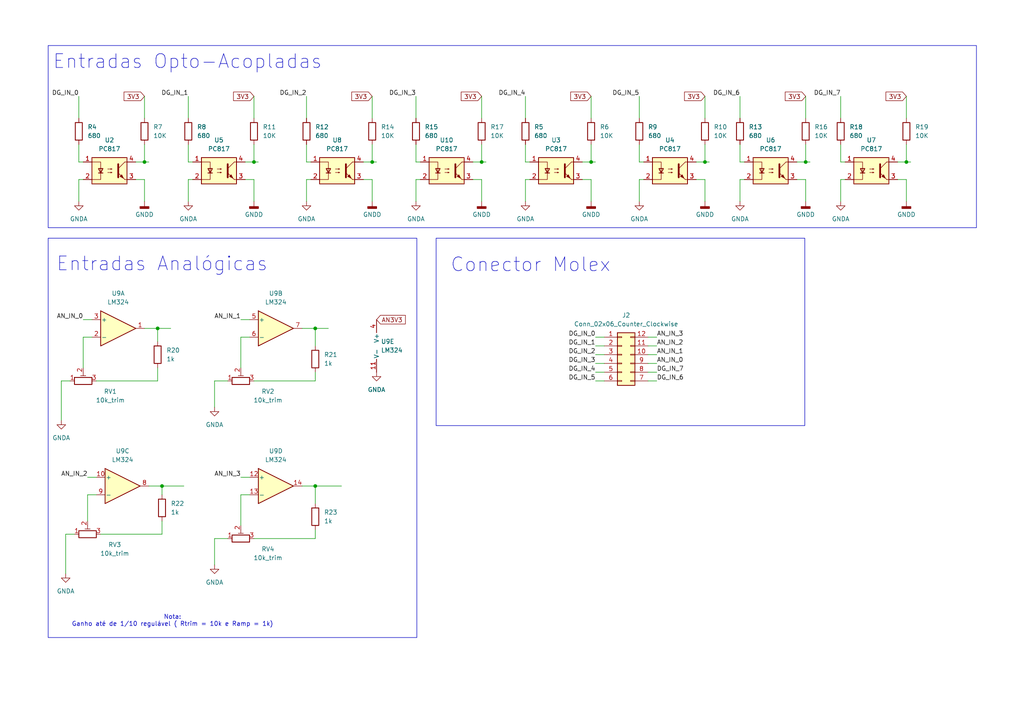
<source format=kicad_sch>
(kicad_sch (version 20231120) (generator "eeschema") (generator_version "8.0")
  (paper "A4")
  (lib_symbols
    (symbol "Amplifier_Operational:LM324" (pin_names (offset 0.127))
      (property "Reference" "U" (at 0 5.08 0))
      (property "Value" "LM324" (at 0 -5.08 0))
      (symbol "LM324_1_1"
        (polyline (pts (xy -5.08 5.08) (xy 5.08 0) (xy -5.08 -5.08) (xy -5.08 5.08)) (stroke (width 0.254)) (fill (type background)))
        (pin output line (at 7.62 0 180) (length 2.54) (name "~") (number "1"))
        (pin input line (at -7.62 -2.54 0) (length 2.54) (name "-") (number "2"))
        (pin input line (at -7.62 2.54 0) (length 2.54) (name "+") (number "3"))
      )
      (symbol "LM324_2_1"
        (polyline (pts (xy -5.08 5.08) (xy 5.08 0) (xy -5.08 -5.08) (xy -5.08 5.08)) (stroke (width 0.254)) (fill (type background)))
        (pin input line (at -7.62 2.54 0) (length 2.54) (name "+") (number "5"))
        (pin input line (at -7.62 -2.54 0) (length 2.54) (name "-") (number "6"))
        (pin output line (at 7.62 0 180) (length 2.54) (name "~") (number "7"))
      )
      (symbol "LM324_3_1"
        (polyline (pts (xy -5.08 5.08) (xy 5.08 0) (xy -5.08 -5.08) (xy -5.08 5.08)) (stroke (width 0.254)) (fill (type background)))
        (pin input line (at -7.62 2.54 0) (length 2.54) (name "+") (number "10"))
        (pin output line (at 7.62 0 180) (length 2.54) (name "~") (number "8"))
        (pin input line (at -7.62 -2.54 0) (length 2.54) (name "-") (number "9"))
      )
      (symbol "LM324_4_1"
        (polyline (pts (xy -5.08 5.08) (xy 5.08 0) (xy -5.08 -5.08) (xy -5.08 5.08)) (stroke (width 0.254)) (fill (type background)))
        (pin input line (at -7.62 2.54 0) (length 2.54) (name "+") (number "12"))
        (pin input line (at -7.62 -2.54 0) (length 2.54) (name "-") (number "13"))
        (pin output line (at 7.62 0 180) (length 2.54) (name "~") (number "14"))
      )
      (symbol "LM324_5_1"
        (pin power_in line (at -2.54 -7.62 90) (length 3.81) (name "V-") (number "11"))
        (pin power_in line (at -2.54 7.62 270) (length 3.81) (name "V+") (number "4"))
      )
    )
    (symbol "Connector_Generic:Conn_02x06_Counter_Clockwise" (pin_names (offset 1.016) hide)
      (property "Reference" "J" (at 1.27 7.62 0))
      (property "Value" "Conn_02x06_Counter_Clockwise" (at 1.27 -10.16 0))
      (symbol "Conn_02x06_Counter_Clockwise_1_1"
        (rectangle (start -1.27 -7.493) (end 0 -7.747) (stroke (width 0.1524)))
        (rectangle (start -1.27 -4.953) (end 0 -5.207) (stroke (width 0.1524)))
        (rectangle (start -1.27 -2.413) (end 0 -2.667) (stroke (width 0.1524)))
        (rectangle (start -1.27 0.127) (end 0 -0.127) (stroke (width 0.1524)))
        (rectangle (start -1.27 2.667) (end 0 2.413) (stroke (width 0.1524)))
        (rectangle (start -1.27 5.207) (end 0 4.953) (stroke (width 0.1524)))
        (rectangle (start -1.27 6.35) (end 3.81 -8.89) (stroke (width 0.254)) (fill (type background)))
        (rectangle (start 3.81 -7.493) (end 2.54 -7.747) (stroke (width 0.1524)))
        (rectangle (start 3.81 -4.953) (end 2.54 -5.207) (stroke (width 0.1524)))
        (rectangle (start 3.81 -2.413) (end 2.54 -2.667) (stroke (width 0.1524)))
        (rectangle (start 3.81 0.127) (end 2.54 -0.127) (stroke (width 0.1524)))
        (rectangle (start 3.81 2.667) (end 2.54 2.413) (stroke (width 0.1524)))
        (rectangle (start 3.81 5.207) (end 2.54 4.953) (stroke (width 0.1524)))
        (pin passive line (at -5.08 5.08 0) (length 3.81) (name "Pin_1") (number "1"))
        (pin passive line (at 7.62 0 180) (length 3.81) (name "Pin_10") (number "10"))
        (pin passive line (at 7.62 2.54 180) (length 3.81) (name "Pin_11") (number "11"))
        (pin passive line (at 7.62 5.08 180) (length 3.81) (name "Pin_12") (number "12"))
        (pin passive line (at -5.08 2.54 0) (length 3.81) (name "Pin_2") (number "2"))
        (pin passive line (at -5.08 0 0) (length 3.81) (name "Pin_3") (number "3"))
        (pin passive line (at -5.08 -2.54 0) (length 3.81) (name "Pin_4") (number "4"))
        (pin passive line (at -5.08 -5.08 0) (length 3.81) (name "Pin_5") (number "5"))
        (pin passive line (at -5.08 -7.62 0) (length 3.81) (name "Pin_6") (number "6"))
        (pin passive line (at 7.62 -7.62 180) (length 3.81) (name "Pin_7") (number "7"))
        (pin passive line (at 7.62 -5.08 180) (length 3.81) (name "Pin_8") (number "8"))
        (pin passive line (at 7.62 -2.54 180) (length 3.81) (name "Pin_9") (number "9"))
      )
    )
    (symbol "Device:R" (pin_numbers hide) (pin_names (offset 0))
      (property "Reference" "R" (at 2.032 0 90))
      (property "Value" "R" (at 0 0 90))
      (symbol "R_0_1"
        (rectangle (start -1.016 -2.54) (end 1.016 2.54) (stroke (width 0.254)))
      )
      (symbol "R_1_1"
        (pin passive line (at 0 3.81 270) (length 1.27) (name "~") (number "1"))
        (pin passive line (at 0 -3.81 90) (length 1.27) (name "~") (number "2"))
      )
    )
    (symbol "Device:R_Potentiometer_Trim" (pin_names (offset 1.016) hide)
      (property "Reference" "RV" (at -4.445 0 90))
      (property "Value" "R_Potentiometer_Trim" (at -2.54 0 90))
      (symbol "R_Potentiometer_Trim_0_1"
        (polyline (pts (xy 1.524 0.762) (xy 1.524 -0.762)))
        (polyline (pts (xy 2.54 0) (xy 1.524 0)))
        (rectangle (start 1.016 2.54) (end -1.016 -2.54) (stroke (width 0.254)))
      )
      (symbol "R_Potentiometer_Trim_1_1"
        (pin passive line (at 0 3.81 270) (length 1.27) (name "1") (number "1"))
        (pin passive line (at 3.81 0 180) (length 1.27) (name "2") (number "2"))
        (pin passive line (at 0 -3.81 90) (length 1.27) (name "3") (number "3"))
      )
    )
    (symbol "Isolator:PC817" (pin_names (offset 1.016))
      (property "Reference" "U" (at -5.08 5.08 0))
      (property "Value" "PC817" (at 0 5.08 0))
      (symbol "PC817_0_1"
        (rectangle (start -5.08 3.81) (end 5.08 -3.81) (stroke (width 0.254)) (fill (type background)))
        (polyline (pts (xy -3.175 -0.635) (xy -1.905 -0.635)) (stroke (width 0.254)))
        (polyline (pts (xy 2.54 0.635) (xy 4.445 2.54)))
        (polyline (pts (xy 4.445 -2.54) (xy 2.54 -0.635)) (fill (type outline)))
        (polyline (pts (xy 4.445 -2.54) (xy 5.08 -2.54)))
        (polyline (pts (xy 4.445 2.54) (xy 5.08 2.54)))
        (polyline (pts (xy -5.08 2.54) (xy -2.54 2.54) (xy -2.54 -0.635)))
        (polyline (pts (xy -2.54 -0.635) (xy -2.54 -2.54) (xy -5.08 -2.54)))
        (polyline (pts (xy 2.54 1.905) (xy 2.54 -1.905) (xy 2.54 -1.905)) (stroke (width 0.508)))
        (polyline (pts (xy -2.54 -0.635) (xy -3.175 0.635) (xy -1.905 0.635) (xy -2.54 -0.635)) (stroke (width 0.254)))
        (polyline (pts (xy -0.508 -0.508) (xy 0.762 -0.508) (xy 0.381 -0.635) (xy 0.381 -0.381) (xy 0.762 -0.508)))
        (polyline (pts (xy -0.508 0.508) (xy 0.762 0.508) (xy 0.381 0.381) (xy 0.381 0.635) (xy 0.762 0.508)))
        (polyline (pts (xy 3.048 -1.651) (xy 3.556 -1.143) (xy 4.064 -2.159) (xy 3.048 -1.651) (xy 3.048 -1.651)) (fill (type outline)))
      )
      (symbol "PC817_1_1"
        (pin passive line (at -7.62 2.54 0) (length 2.54) (name "~") (number "1"))
        (pin passive line (at -7.62 -2.54 0) (length 2.54) (name "~") (number "2"))
        (pin passive line (at 7.62 -2.54 180) (length 2.54) (name "~") (number "3"))
        (pin passive line (at 7.62 2.54 180) (length 2.54) (name "~") (number "4"))
      )
    )
    (symbol "power:GNDA" (power) (pin_names (offset 0))
      (property "Value" "GNDA" (at 0 -3.81 0))
      (symbol "GNDA_0_1"
        (polyline (pts (xy 0 0) (xy 0 -1.27) (xy 1.27 -1.27) (xy 0 -2.54) (xy -1.27 -1.27) (xy 0 -1.27)))
      )
      (symbol "GNDA_1_1"
        (pin power_in line (at 0 0 270) (length 0) hide (name "GNDA") (number "1"))
      )
    )
    (symbol "power:GNDD" (power) (pin_names (offset 0))
      (property "Value" "GNDD" (at 0 -3.175 0))
      (symbol "GNDD_0_1"
        (rectangle (start -1.27 -1.524) (end 1.27 -2.032) (stroke (width 0.254)) (fill (type outline)))
        (polyline (pts (xy 0 0) (xy 0 -1.524)))
      )
      (symbol "GNDD_1_1"
        (pin power_in line (at 0 0 270) (length 0) hide (name "GNDD") (number "1"))
      )
    )
  )
  (junction (at 107.95 46.99))
  (junction (at 46.99 140.97))
  (junction (at 91.44 95.25))
  (junction (at 204.47 46.99))
  (junction (at 233.68 46.99))
  (junction (at 262.89 46.99))
  (junction (at 91.44 140.97))
  (junction (at 73.66 46.99))
  (junction (at 41.91 46.99))
  (junction (at 171.45 46.99))
  (junction (at 45.72 95.25))
  (junction (at 139.7 46.99))
  (wire (pts (xy 46.99 140.97) (xy 46.99 143.51)))
  (wire (pts (xy 91.44 146.05) (xy 91.44 140.97)))
  (wire (pts (xy 168.91 46.99) (xy 171.45 46.99)))
  (wire (pts (xy 171.45 27.94) (xy 171.45 34.29)))
  (wire (pts (xy 139.7 27.94) (xy 139.7 34.29)))
  (wire (pts (xy 187.96 110.49) (xy 190.5 110.49)))
  (wire (pts (xy 88.9 46.99) (xy 90.17 46.99)))
  (wire (pts (xy 39.37 46.99) (xy 41.91 46.99)))
  (wire (pts (xy 54.61 58.42) (xy 54.61 52.07)))
  (wire (pts (xy 187.96 105.41) (xy 190.5 105.41)))
  (wire (pts (xy 88.9 52.07) (xy 90.17 52.07)))
  (wire (pts (xy 204.47 27.94) (xy 204.47 34.29)))
  (wire (pts (xy 43.18 140.97) (xy 46.99 140.97)))
  (wire (pts (xy 41.91 41.91) (xy 41.91 46.99)))
  (wire (pts (xy 41.91 52.07) (xy 41.91 58.42)))
  (wire (pts (xy 231.14 46.99) (xy 233.68 46.99)))
  (wire (pts (xy 214.63 58.42) (xy 214.63 52.07)))
  (wire (pts (xy 172.72 105.41) (xy 175.26 105.41)))
  (wire (pts (xy 91.44 107.95) (xy 91.44 110.49)))
  (wire (pts (xy 71.12 52.07) (xy 73.66 52.07)))
  (wire (pts (xy 27.94 110.49) (xy 45.72 110.49)))
  (wire (pts (xy 91.44 140.97) (xy 99.06 140.97)))
  (wire (pts (xy 171.45 52.07) (xy 171.45 58.42)))
  (wire (pts (xy 24.13 52.07) (xy 22.86 52.07)))
  (wire (pts (xy 41.91 95.25) (xy 45.72 95.25)))
  (wire (pts (xy 45.72 99.06) (xy 45.72 95.25)))
  (wire (pts (xy 243.84 46.99) (xy 245.11 46.99)))
  (wire (pts (xy 120.65 58.42) (xy 120.65 52.07)))
  (wire (pts (xy 185.42 58.42) (xy 185.42 52.07)))
  (wire (pts (xy 120.65 34.29) (xy 120.65 27.94)))
  (wire (pts (xy 153.67 46.99) (xy 152.4 46.99)))
  (wire (pts (xy 39.37 52.07) (xy 41.91 52.07)))
  (wire (pts (xy 152.4 52.07) (xy 152.4 58.42)))
  (wire (pts (xy 233.68 41.91) (xy 233.68 46.99)))
  (wire (pts (xy 187.96 97.79) (xy 190.5 97.79)))
  (wire (pts (xy 201.93 46.99) (xy 204.47 46.99)))
  (wire (pts (xy 172.72 97.79) (xy 175.26 97.79)))
  (wire (pts (xy 73.66 27.94) (xy 73.66 34.29)))
  (wire (pts (xy 22.86 52.07) (xy 22.86 58.42)))
  (wire (pts (xy 214.63 52.07) (xy 215.9 52.07)))
  (wire (pts (xy 185.42 27.94) (xy 185.42 34.29)))
  (wire (pts (xy 24.13 46.99) (xy 22.86 46.99)))
  (wire (pts (xy 46.99 140.97) (xy 53.34 140.97)))
  (wire (pts (xy 91.44 100.33) (xy 91.44 95.25)))
  (wire (pts (xy 91.44 110.49) (xy 73.66 110.49)))
  (wire (pts (xy 88.9 27.94) (xy 88.9 34.29)))
  (wire (pts (xy 46.99 154.94) (xy 46.99 151.13)))
  (wire (pts (xy 62.23 163.83) (xy 62.23 156.21)))
  (wire (pts (xy 153.67 52.07) (xy 152.4 52.07)))
  (wire (pts (xy 214.63 41.91) (xy 214.63 46.99)))
  (wire (pts (xy 69.85 106.68) (xy 69.85 97.79)))
  (wire (pts (xy 24.13 106.68) (xy 24.13 97.79)))
  (wire (pts (xy 87.63 140.97) (xy 91.44 140.97)))
  (wire (pts (xy 243.84 52.07) (xy 245.11 52.07)))
  (wire (pts (xy 172.72 100.33) (xy 175.26 100.33)))
  (wire (pts (xy 233.68 46.99) (xy 234.95 46.99)))
  (wire (pts (xy 260.35 52.07) (xy 262.89 52.07)))
  (wire (pts (xy 25.4 151.13) (xy 25.4 143.51)))
  (wire (pts (xy 19.05 166.37) (xy 19.05 154.94)))
  (wire (pts (xy 171.45 41.91) (xy 171.45 46.99)))
  (wire (pts (xy 172.72 107.95) (xy 175.26 107.95)))
  (wire (pts (xy 185.42 52.07) (xy 186.69 52.07)))
  (wire (pts (xy 69.85 97.79) (xy 72.39 97.79)))
  (wire (pts (xy 105.41 52.07) (xy 107.95 52.07)))
  (wire (pts (xy 69.85 138.43) (xy 72.39 138.43)))
  (wire (pts (xy 107.95 46.99) (xy 109.22 46.99)))
  (wire (pts (xy 233.68 27.94) (xy 233.68 34.29)))
  (wire (pts (xy 120.65 46.99) (xy 121.92 46.99)))
  (wire (pts (xy 73.66 52.07) (xy 73.66 58.42)))
  (wire (pts (xy 187.96 100.33) (xy 190.5 100.33)))
  (wire (pts (xy 54.61 52.07) (xy 55.88 52.07)))
  (wire (pts (xy 41.91 27.94) (xy 41.91 34.29)))
  (wire (pts (xy 172.72 110.49) (xy 175.26 110.49)))
  (wire (pts (xy 185.42 46.99) (xy 186.69 46.99)))
  (wire (pts (xy 243.84 27.94) (xy 243.84 34.29)))
  (wire (pts (xy 120.65 52.07) (xy 121.92 52.07)))
  (wire (pts (xy 29.21 154.94) (xy 46.99 154.94)))
  (wire (pts (xy 139.7 52.07) (xy 139.7 58.42)))
  (wire (pts (xy 22.86 34.29) (xy 22.86 27.94)))
  (wire (pts (xy 137.16 52.07) (xy 139.7 52.07)))
  (wire (pts (xy 204.47 46.99) (xy 205.74 46.99)))
  (wire (pts (xy 62.23 156.21) (xy 66.04 156.21)))
  (wire (pts (xy 243.84 58.42) (xy 243.84 52.07)))
  (wire (pts (xy 41.91 46.99) (xy 43.18 46.99)))
  (wire (pts (xy 45.72 95.25) (xy 49.53 95.25)))
  (wire (pts (xy 120.65 46.99) (xy 120.65 41.91)))
  (wire (pts (xy 137.16 46.99) (xy 139.7 46.99)))
  (wire (pts (xy 231.14 52.07) (xy 233.68 52.07)))
  (wire (pts (xy 62.23 118.11) (xy 62.23 110.49)))
  (wire (pts (xy 17.78 121.92) (xy 17.78 110.49)))
  (wire (pts (xy 107.95 41.91) (xy 107.95 46.99)))
  (wire (pts (xy 88.9 41.91) (xy 88.9 46.99)))
  (wire (pts (xy 204.47 41.91) (xy 204.47 46.99)))
  (wire (pts (xy 73.66 41.91) (xy 73.66 46.99)))
  (wire (pts (xy 88.9 58.42) (xy 88.9 52.07)))
  (wire (pts (xy 152.4 34.29) (xy 152.4 27.94)))
  (wire (pts (xy 262.89 27.94) (xy 262.89 34.29)))
  (wire (pts (xy 139.7 46.99) (xy 139.7 41.91)))
  (wire (pts (xy 71.12 46.99) (xy 73.66 46.99)))
  (wire (pts (xy 54.61 46.99) (xy 55.88 46.99)))
  (wire (pts (xy 201.93 52.07) (xy 204.47 52.07)))
  (wire (pts (xy 172.72 102.87) (xy 175.26 102.87)))
  (wire (pts (xy 19.05 154.94) (xy 21.59 154.94)))
  (wire (pts (xy 62.23 110.49) (xy 66.04 110.49)))
  (wire (pts (xy 69.85 92.71) (xy 72.39 92.71)))
  (wire (pts (xy 22.86 46.99) (xy 22.86 41.91)))
  (wire (pts (xy 25.4 138.43) (xy 27.94 138.43)))
  (wire (pts (xy 243.84 41.91) (xy 243.84 46.99)))
  (wire (pts (xy 91.44 95.25) (xy 95.25 95.25)))
  (wire (pts (xy 185.42 41.91) (xy 185.42 46.99)))
  (wire (pts (xy 204.47 52.07) (xy 204.47 58.42)))
  (wire (pts (xy 73.66 46.99) (xy 74.93 46.99)))
  (wire (pts (xy 139.7 46.99) (xy 140.97 46.99)))
  (wire (pts (xy 45.72 110.49) (xy 45.72 106.68)))
  (wire (pts (xy 214.63 27.94) (xy 214.63 34.29)))
  (wire (pts (xy 107.95 27.94) (xy 107.95 34.29)))
  (wire (pts (xy 105.41 46.99) (xy 107.95 46.99)))
  (wire (pts (xy 17.78 110.49) (xy 20.32 110.49)))
  (wire (pts (xy 262.89 41.91) (xy 262.89 46.99)))
  (wire (pts (xy 107.95 52.07) (xy 107.95 58.42)))
  (wire (pts (xy 171.45 46.99) (xy 172.72 46.99)))
  (wire (pts (xy 260.35 46.99) (xy 262.89 46.99)))
  (wire (pts (xy 24.13 97.79) (xy 26.67 97.79)))
  (wire (pts (xy 187.96 102.87) (xy 190.5 102.87)))
  (wire (pts (xy 168.91 52.07) (xy 171.45 52.07)))
  (wire (pts (xy 24.13 92.71) (xy 26.67 92.71)))
  (wire (pts (xy 69.85 143.51) (xy 72.39 143.51)))
  (wire (pts (xy 233.68 52.07) (xy 233.68 58.42)))
  (wire (pts (xy 262.89 46.99) (xy 264.16 46.99)))
  (wire (pts (xy 91.44 153.67) (xy 91.44 156.21)))
  (wire (pts (xy 54.61 27.94) (xy 54.61 34.29)))
  (wire (pts (xy 91.44 156.21) (xy 73.66 156.21)))
  (wire (pts (xy 262.89 52.07) (xy 262.89 58.42)))
  (wire (pts (xy 87.63 95.25) (xy 91.44 95.25)))
  (wire (pts (xy 214.63 46.99) (xy 215.9 46.99)))
  (wire (pts (xy 187.96 107.95) (xy 190.5 107.95)))
  (wire (pts (xy 69.85 143.51) (xy 69.85 152.4)))
  (wire (pts (xy 152.4 46.99) (xy 152.4 41.91)))
  (wire (pts (xy 25.4 143.51) (xy 27.94 143.51)))
  (wire (pts (xy 54.61 41.91) (xy 54.61 46.99)))
  (rectangle (start 13.97 69.088) (end 120.904 184.912))
  (rectangle (start 13.97 13.208) (end 283.21 66.04))
  (rectangle (start 126.492 69.088) (end 233.426 123.444))
  (text "Conector Molex" (at 130.556 79.248 0) (effects (font (size 4 4)) (justify left bottom)))
  (text "Entradas Opto-Acopladas\n" (at 15.24 20.32 0) (effects (font (size 4 4)) (justify left bottom)))
  (text "Entradas Analógicas" (at 16.256 78.994 0) (effects (font (size 4 4)) (justify left bottom)))
  (text "Nota:\nGanho até de 1/10 regulável ( Rtrim = 10k e Ramp = 1k)" (at 50.038 180.086 0) (effects (font (size 1.27 1.27))))
  (label "AN_IN_0" (at 190.5 105.41 0))
  (label "AN_IN_3" (at 190.5 97.79 0))
  (label "DG_IN_0" (at 22.86 27.94 180))
  (label "DG_IN_7" (at 243.84 27.94 180))
  (label "DG_IN_6" (at 190.5 110.49 0))
  (label "DG_IN_4" (at 172.72 107.95 180))
  (label "AN_IN_3" (at 69.85 138.43 180))
  (label "AN_IN_1" (at 69.85 92.71 180))
  (label "AN_IN_0" (at 24.13 92.71 180))
  (label "DG_IN_2" (at 172.72 102.87 180))
  (label "DG_IN_1" (at 172.72 100.33 180))
  (label "DG_IN_3" (at 120.65 27.94 180))
  (label "DG_IN_5" (at 172.72 110.49 180))
  (label "DG_IN_3" (at 172.72 105.41 180))
  (label "DG_IN_5" (at 185.42 27.94 180))
  (label "DG_IN_6" (at 214.63 27.94 180))
  (label "DG_IN_2" (at 88.9 27.94 180))
  (label "DG_IN_7" (at 190.5 107.95 0))
  (label "DG_IN_0" (at 172.72 97.79 180))
  (label "AN_IN_1" (at 190.5 102.87 0))
  (label "DG_IN_4" (at 152.4 27.94 180))
  (label "DG_IN_1" (at 54.61 27.94 180))
  (label "AN_IN_2" (at 190.5 100.33 0))
  (label "AN_IN_2" (at 25.4 138.43 180))
  (global_label "3V3" (shape input) (at 41.91 27.94 180) (property "Intersheetrefs" "${INTERSHEET_REFS}" (effects (hide yes))))
  (global_label "3V3" (shape input) (at 107.95 27.94 180) (property "Intersheetrefs" "${INTERSHEET_REFS}" (effects (hide yes))))
  (global_label "3V3" (shape input) (at 233.68 27.94 180) (property "Intersheetrefs" "${INTERSHEET_REFS}" (effects (hide yes))))
  (global_label "AN3V3" (shape input) (at 109.22 92.71 0) (property "Intersheetrefs" "${INTERSHEET_REFS}" (effects (hide yes))))
  (global_label "3V3" (shape input) (at 262.89 27.94 180) (property "Intersheetrefs" "${INTERSHEET_REFS}" (effects (hide yes))))
  (global_label "3V3" (shape input) (at 171.45 27.94 180) (property "Intersheetrefs" "${INTERSHEET_REFS}" (effects (hide yes))))
  (global_label "3V3" (shape input) (at 139.7 27.94 180) (property "Intersheetrefs" "${INTERSHEET_REFS}" (effects (hide yes))))
  (global_label "3V3" (shape input) (at 73.66 27.94 180) (property "Intersheetrefs" "${INTERSHEET_REFS}" (effects (hide yes))))
  (global_label "3V3" (shape input) (at 204.47 27.94 180) (property "Intersheetrefs" "${INTERSHEET_REFS}" (effects (hide yes))))
  (symbol (lib_id "Isolator:PC817") (at 194.31 49.53 0) (unit 1)
    (property "Reference" "U4" (at 194.31 40.64 0))
    (property "Value" "PC817" (at 194.31 43.18 0))
    (property "Footprint" "Package_DIP:DIP-4_W7.62mm_SMDSocket_SmallPads" (effects (hide yes)))
    (property "Datasheet" "http://www.soselectronic.cz/a_info/resource/d/pc817.pdf" (effects (hide yes)))
  )
  (symbol (lib_id "Device:R") (at 171.45 38.1 0) (unit 1)
    (property "Reference" "R6" (at 173.99 36.83 0) (effects (justify left)))
    (property "Value" "10K" (at 173.99 39.37 0) (effects (justify left)))
    (property "Footprint" "Resistor_SMD:R_1206_3216Metric" (effects (hide yes)))
  )
  (symbol (lib_id "Isolator:PC817") (at 223.52 49.53 0) (unit 1)
    (property "Reference" "U6" (at 223.52 40.64 0))
    (property "Value" "PC817" (at 223.52 43.18 0))
    (property "Footprint" "Package_DIP:DIP-4_W7.62mm_SMDSocket_SmallPads" (effects (hide yes)))
    (property "Datasheet" "http://www.soselectronic.cz/a_info/resource/d/pc817.pdf" (effects (hide yes)))
  )
  (symbol (lib_id "power:GNDD") (at 107.95 58.42 0) (unit 1)
    (property "Reference" "#PWR020" (effects (hide yes)))
    (property "Value" "GNDD" (at 107.95 62.23 0))
    (property "Description" "Power symbol creates a global label with name \"GNDD\" , digital ground" (effects (hide yes)))
  )
  (symbol (lib_id "Isolator:PC817") (at 252.73 49.53 0) (unit 1)
    (property "Reference" "U7" (at 252.73 40.64 0))
    (property "Value" "PC817" (at 252.73 43.18 0))
    (property "Footprint" "Package_DIP:DIP-4_W7.62mm_SMDSocket_SmallPads" (effects (hide yes)))
    (property "Datasheet" "http://www.soselectronic.cz/a_info/resource/d/pc817.pdf" (effects (hide yes)))
  )
  (symbol (lib_id "power:GNDA") (at 120.65 58.42 0) (unit 1)
    (property "Reference" "#PWR027" (effects (hide yes)))
    (property "Value" "GNDA" (at 120.65 63.5 0))
    (property "Description" "Power symbol creates a global label with name \"GNDA\" , analog ground" (effects (hide yes)))
  )
  (symbol (lib_id "Device:R") (at 214.63 38.1 0) (unit 1)
    (property "Reference" "R13" (at 217.17 36.83 0) (effects (justify left)))
    (property "Value" "680" (at 217.17 39.37 0) (effects (justify left)))
    (property "Footprint" "Resistor_SMD:R_1206_3216Metric" (effects (hide yes)))
  )
  (symbol (lib_id "power:GNDD") (at 204.47 58.42 0) (unit 1)
    (property "Reference" "#PWR024" (effects (hide yes)))
    (property "Value" "GNDD" (at 204.47 62.23 0))
    (property "Description" "Power symbol creates a global label with name \"GNDD\" , digital ground" (effects (hide yes)))
  )
  (symbol (lib_id "Device:R") (at 41.91 38.1 0) (unit 1)
    (property "Reference" "R7" (at 44.45 36.83 0) (effects (justify left)))
    (property "Value" "10K" (at 44.45 39.37 0) (effects (justify left)))
    (property "Footprint" "Resistor_SMD:R_1206_3216Metric" (effects (hide yes)))
  )
  (symbol (lib_id "Device:R") (at 46.99 147.32 0) (unit 1)
    (property "Reference" "R22" (at 49.53 146.0499 0) (effects (justify left)))
    (property "Value" "1k" (at 49.53 148.5899 0) (effects (justify left)))
    (property "Description" "Resistor" (effects (hide yes)))
  )
  (symbol (lib_id "Connector_Generic:Conn_02x06_Counter_Clockwise") (at 180.34 102.87 0) (unit 1)
    (property "Reference" "J2" (at 181.61 91.44 0))
    (property "Value" "Conn_02x06_Counter_Clockwise" (at 181.61 93.98 0))
    (property "Footprint" "BajaKICAD:MX120G" (effects (hide yes)))
    (property "Description" "Generic connector, double row, 02x06, counter clockwise pin numbering scheme (similar to DIP package numbering), script generated (kicad-library-utils/schlib/autogen/connector/)" (effects (hide yes)))
  )
  (symbol (lib_id "Amplifier_Operational:LM324") (at 34.29 95.25 0) (unit 1)
    (property "Reference" "U9" (at 34.29 85.09 0))
    (property "Value" "LM324" (at 34.29 87.63 0))
    (property "Datasheet" "http://www.ti.com/lit/ds/symlink/lm2902-n.pdf" (effects (hide yes)))
    (property "Description" "Low-Power, Quad-Operational Amplifiers, DIP-14/SOIC-14/SSOP-14" (effects (hide yes)))
  )
  (symbol (lib_id "Isolator:PC817") (at 63.5 49.53 0) (unit 1)
    (property "Reference" "U5" (at 63.5 40.64 0))
    (property "Value" "PC817" (at 63.5 43.18 0))
    (property "Footprint" "Package_DIP:DIP-4_W7.62mm_SMDSocket_SmallPads" (effects (hide yes)))
    (property "Datasheet" "http://www.soselectronic.cz/a_info/resource/d/pc817.pdf" (effects (hide yes)))
  )
  (symbol (lib_id "Amplifier_Operational:LM324") (at 111.76 100.33 0) (unit 5)
    (property "Reference" "U9" (at 110.49 99.0599 0) (effects (justify left)))
    (property "Value" "LM324" (at 110.49 101.5999 0) (effects (justify left)))
    (property "Datasheet" "http://www.ti.com/lit/ds/symlink/lm2902-n.pdf" (effects (hide yes)))
    (property "Description" "Low-Power, Quad-Operational Amplifiers, DIP-14/SOIC-14/SSOP-14" (effects (hide yes)))
  )
  (symbol (lib_id "power:GNDA") (at 19.05 166.37 0) (unit 1)
    (property "Reference" "#PWR036" (effects (hide yes)))
    (property "Value" "GNDA" (at 19.05 171.45 0))
    (property "Description" "Power symbol creates a global label with name \"GNDA\" , analog ground" (effects (hide yes)))
  )
  (symbol (lib_id "Isolator:PC817") (at 97.79 49.53 0) (unit 1)
    (property "Reference" "U8" (at 97.79 40.64 0))
    (property "Value" "PC817" (at 97.79 43.18 0))
    (property "Footprint" "Package_DIP:DIP-4_W7.62mm_SMDSocket_SmallPads" (effects (hide yes)))
    (property "Datasheet" "http://www.soselectronic.cz/a_info/resource/d/pc817.pdf" (effects (hide yes)))
  )
  (symbol (lib_id "Device:R") (at 54.61 38.1 0) (unit 1)
    (property "Reference" "R8" (at 57.15 36.83 0) (effects (justify left)))
    (property "Value" "680" (at 57.15 39.37 0) (effects (justify left)))
    (property "Footprint" "Resistor_SMD:R_1206_3216Metric" (effects (hide yes)))
  )
  (symbol (lib_id "Device:R") (at 152.4 38.1 0) (unit 1)
    (property "Reference" "R5" (at 154.94 36.83 0) (effects (justify left)))
    (property "Value" "680" (at 154.94 39.37 0) (effects (justify left)))
    (property "Footprint" "Resistor_SMD:R_1206_3216Metric" (effects (hide yes)))
  )
  (symbol (lib_id "power:GNDD") (at 139.7 58.42 0) (unit 1)
    (property "Reference" "#PWR021" (effects (hide yes)))
    (property "Value" "GNDD" (at 139.7 62.23 0))
    (property "Description" "Power symbol creates a global label with name \"GNDD\" , digital ground" (effects (hide yes)))
  )
  (symbol (lib_id "Device:R") (at 45.72 102.87 0) (unit 1)
    (property "Reference" "R20" (at 48.26 101.5999 0) (effects (justify left)))
    (property "Value" "1k" (at 48.26 104.1399 0) (effects (justify left)))
    (property "Description" "Resistor" (effects (hide yes)))
  )
  (symbol (lib_id "power:GNDA") (at 152.4 58.42 0) (unit 1)
    (property "Reference" "#PWR028" (effects (hide yes)))
    (property "Value" "GNDA" (at 152.4 63.5 0))
    (property "Description" "Power symbol creates a global label with name \"GNDA\" , analog ground" (effects (hide yes)))
  )
  (symbol (lib_id "power:GNDA") (at 88.9 58.42 0) (unit 1)
    (property "Reference" "#PWR022" (effects (hide yes)))
    (property "Value" "GNDA" (at 88.9 63.5 0))
    (property "Description" "Power symbol creates a global label with name \"GNDA\" , analog ground" (effects (hide yes)))
  )
  (symbol (lib_id "Device:R") (at 120.65 38.1 0) (unit 1)
    (property "Reference" "R15" (at 123.19 36.83 0) (effects (justify left)))
    (property "Value" "680" (at 123.19 39.37 0) (effects (justify left)))
    (property "Footprint" "Resistor_SMD:R_1206_3216Metric" (effects (hide yes)))
  )
  (symbol (lib_id "Amplifier_Operational:LM324") (at 80.01 140.97 0) (unit 4)
    (property "Reference" "U9" (at 80.01 130.81 0))
    (property "Value" "LM324" (at 80.01 133.35 0))
    (property "Datasheet" "http://www.ti.com/lit/ds/symlink/lm2902-n.pdf" (effects (hide yes)))
    (property "Description" "Low-Power, Quad-Operational Amplifiers, DIP-14/SOIC-14/SSOP-14" (effects (hide yes)))
  )
  (symbol (lib_id "Device:R") (at 91.44 104.14 0) (unit 1)
    (property "Reference" "R21" (at 93.98 102.8699 0) (effects (justify left)))
    (property "Value" "1k" (at 93.98 105.4099 0) (effects (justify left)))
    (property "Description" "Resistor" (effects (hide yes)))
  )
  (symbol (lib_id "power:GNDD") (at 262.89 58.42 0) (unit 1)
    (property "Reference" "#PWR026" (effects (hide yes)))
    (property "Value" "GNDD" (at 262.89 62.23 0))
    (property "Description" "Power symbol creates a global label with name \"GNDD\" , digital ground" (effects (hide yes)))
  )
  (symbol (lib_id "Device:R_Potentiometer_Trim") (at 24.13 110.49 90) (unit 1)
    (property "Reference" "RV1" (at 32.004 113.538 90))
    (property "Value" "10k_trim" (at 32.004 116.078 90))
    (property "Description" "Trim-potentiometer" (effects (hide yes)))
  )
  (symbol (lib_id "power:GNDA") (at 22.86 58.42 0) (unit 1)
    (property "Reference" "#PWR016" (effects (hide yes)))
    (property "Value" "GNDA" (at 22.86 63.5 0))
    (property "Description" "Power symbol creates a global label with name \"GNDA\" , analog ground" (effects (hide yes)))
  )
  (symbol (lib_id "Amplifier_Operational:LM324") (at 35.56 140.97 0) (unit 3)
    (property "Reference" "U9" (at 35.56 130.81 0))
    (property "Value" "LM324" (at 35.56 133.35 0))
    (property "Datasheet" "http://www.ti.com/lit/ds/symlink/lm2902-n.pdf" (effects (hide yes)))
    (property "Description" "Low-Power, Quad-Operational Amplifiers, DIP-14/SOIC-14/SSOP-14" (effects (hide yes)))
  )
  (symbol (lib_id "Device:R") (at 73.66 38.1 0) (unit 1)
    (property "Reference" "R11" (at 76.2 36.83 0) (effects (justify left)))
    (property "Value" "10K" (at 76.2 39.37 0) (effects (justify left)))
    (property "Footprint" "Resistor_SMD:R_1206_3216Metric" (effects (hide yes)))
  )
  (symbol (lib_id "Device:R") (at 139.7 38.1 0) (unit 1)
    (property "Reference" "R17" (at 142.24 36.83 0) (effects (justify left)))
    (property "Value" "10K" (at 142.24 39.37 0) (effects (justify left)))
    (property "Footprint" "Resistor_SMD:R_1206_3216Metric" (effects (hide yes)))
  )
  (symbol (lib_id "Device:R") (at 262.89 38.1 0) (unit 1)
    (property "Reference" "R19" (at 265.43 36.83 0) (effects (justify left)))
    (property "Value" "10K" (at 265.43 39.37 0) (effects (justify left)))
    (property "Footprint" "Resistor_SMD:R_1206_3216Metric" (effects (hide yes)))
  )
  (symbol (lib_id "power:GNDA") (at 185.42 58.42 0) (unit 1)
    (property "Reference" "#PWR030" (effects (hide yes)))
    (property "Value" "GNDA" (at 185.42 63.5 0))
    (property "Description" "Power symbol creates a global label with name \"GNDA\" , analog ground" (effects (hide yes)))
  )
  (symbol (lib_id "Device:R") (at 233.68 38.1 0) (unit 1)
    (property "Reference" "R16" (at 236.22 36.83 0) (effects (justify left)))
    (property "Value" "10K" (at 236.22 39.37 0) (effects (justify left)))
    (property "Footprint" "Resistor_SMD:R_1206_3216Metric" (effects (hide yes)))
  )
  (symbol (lib_id "power:GNDD") (at 41.91 58.42 0) (unit 1)
    (property "Reference" "#PWR017" (effects (hide yes)))
    (property "Value" "GNDD" (at 41.91 62.23 0))
    (property "Description" "Power symbol creates a global label with name \"GNDD\" , digital ground" (effects (hide yes)))
  )
  (symbol (lib_id "power:GNDD") (at 233.68 58.42 0) (unit 1)
    (property "Reference" "#PWR025" (effects (hide yes)))
    (property "Value" "GNDD" (at 233.68 62.23 0))
    (property "Description" "Power symbol creates a global label with name \"GNDD\" , digital ground" (effects (hide yes)))
  )
  (symbol (lib_id "Amplifier_Operational:LM324") (at 80.01 95.25 0) (unit 2)
    (property "Reference" "U9" (at 80.01 85.09 0))
    (property "Value" "LM324" (at 80.01 87.63 0))
    (property "Datasheet" "http://www.ti.com/lit/ds/symlink/lm2902-n.pdf" (effects (hide yes)))
    (property "Description" "Low-Power, Quad-Operational Amplifiers, DIP-14/SOIC-14/SSOP-14" (effects (hide yes)))
  )
  (symbol (lib_id "Device:R") (at 107.95 38.1 0) (unit 1)
    (property "Reference" "R14" (at 110.49 36.83 0) (effects (justify left)))
    (property "Value" "10K" (at 110.49 39.37 0) (effects (justify left)))
    (property "Footprint" "Resistor_SMD:R_1206_3216Metric" (effects (hide yes)))
  )
  (symbol (lib_id "power:GNDA") (at 62.23 118.11 0) (unit 1)
    (property "Reference" "#PWR035" (effects (hide yes)))
    (property "Value" "GNDA" (at 62.23 123.19 0))
    (property "Description" "Power symbol creates a global label with name \"GNDA\" , analog ground" (effects (hide yes)))
  )
  (symbol (lib_id "power:GNDA") (at 17.78 121.92 0) (unit 1)
    (property "Reference" "#PWR029" (effects (hide yes)))
    (property "Value" "GNDA" (at 17.78 127 0))
    (property "Description" "Power symbol creates a global label with name \"GNDA\" , analog ground" (effects (hide yes)))
  )
  (symbol (lib_id "Device:R_Potentiometer_Trim") (at 25.4 154.94 90) (unit 1)
    (property "Reference" "RV3" (at 33.274 157.988 90))
    (property "Value" "10k_trim" (at 33.274 160.528 90))
    (property "Description" "Trim-potentiometer" (effects (hide yes)))
  )
  (symbol (lib_id "power:GNDA") (at 243.84 58.42 0) (unit 1)
    (property "Reference" "#PWR033" (effects (hide yes)))
    (property "Value" "GNDA" (at 243.84 63.5 0))
    (property "Description" "Power symbol creates a global label with name \"GNDA\" , analog ground" (effects (hide yes)))
  )
  (symbol (lib_id "Device:R") (at 91.44 149.86 0) (unit 1)
    (property "Reference" "R23" (at 93.98 148.5899 0) (effects (justify left)))
    (property "Value" "1k" (at 93.98 151.1299 0) (effects (justify left)))
    (property "Description" "Resistor" (effects (hide yes)))
  )
  (symbol (lib_id "Device:R") (at 185.42 38.1 0) (unit 1)
    (property "Reference" "R9" (at 187.96 36.83 0) (effects (justify left)))
    (property "Value" "680" (at 187.96 39.37 0) (effects (justify left)))
    (property "Footprint" "Resistor_SMD:R_1206_3216Metric" (effects (hide yes)))
  )
  (symbol (lib_id "Device:R") (at 204.47 38.1 0) (unit 1)
    (property "Reference" "R10" (at 207.01 36.83 0) (effects (justify left)))
    (property "Value" "10K" (at 207.01 39.37 0) (effects (justify left)))
    (property "Footprint" "Resistor_SMD:R_1206_3216Metric" (effects (hide yes)))
  )
  (symbol (lib_id "Device:R_Potentiometer_Trim") (at 69.85 110.49 90) (unit 1)
    (property "Reference" "RV2" (at 77.724 113.538 90))
    (property "Value" "10k_trim" (at 77.724 116.078 90))
    (property "Description" "Trim-potentiometer" (effects (hide yes)))
  )
  (symbol (lib_id "Isolator:PC817") (at 31.75 49.53 0) (unit 1)
    (property "Reference" "U2" (at 31.75 40.64 0))
    (property "Value" "PC817" (at 31.75 43.18 0))
    (property "Footprint" "Package_DIP:DIP-4_W7.62mm_SMDSocket_SmallPads" (effects (hide yes)))
    (property "Datasheet" "http://www.soselectronic.cz/a_info/resource/d/pc817.pdf" (effects (hide yes)))
  )
  (symbol (lib_id "power:GNDA") (at 214.63 58.42 0) (unit 1)
    (property "Reference" "#PWR032" (effects (hide yes)))
    (property "Value" "GNDA" (at 214.63 63.5 0))
    (property "Description" "Power symbol creates a global label with name \"GNDA\" , analog ground" (effects (hide yes)))
  )
  (symbol (lib_id "power:GNDA") (at 62.23 163.83 0) (unit 1)
    (property "Reference" "#PWR037" (effects (hide yes)))
    (property "Value" "GNDA" (at 62.23 168.91 0))
    (property "Description" "Power symbol creates a global label with name \"GNDA\" , analog ground" (effects (hide yes)))
  )
  (symbol (lib_id "Isolator:PC817") (at 129.54 49.53 0) (unit 1)
    (property "Reference" "U10" (at 129.54 40.64 0))
    (property "Value" "PC817" (at 129.54 43.18 0))
    (property "Footprint" "Package_DIP:DIP-4_W7.62mm_SMDSocket_SmallPads" (effects (hide yes)))
    (property "Datasheet" "http://www.soselectronic.cz/a_info/resource/d/pc817.pdf" (effects (hide yes)))
  )
  (symbol (lib_id "Device:R") (at 243.84 38.1 0) (unit 1)
    (property "Reference" "R18" (at 246.38 36.83 0) (effects (justify left)))
    (property "Value" "680" (at 246.38 39.37 0) (effects (justify left)))
    (property "Footprint" "Resistor_SMD:R_1206_3216Metric" (effects (hide yes)))
  )
  (symbol (lib_id "Isolator:PC817") (at 161.29 49.53 0) (unit 1)
    (property "Reference" "U3" (at 161.29 40.64 0))
    (property "Value" "PC817" (at 161.29 43.18 0))
    (property "Footprint" "Package_DIP:DIP-4_W7.62mm_SMDSocket_SmallPads" (effects (hide yes)))
    (property "Datasheet" "http://www.soselectronic.cz/a_info/resource/d/pc817.pdf" (effects (hide yes)))
  )
  (symbol (lib_id "power:GNDD") (at 171.45 58.42 0) (unit 1)
    (property "Reference" "#PWR023" (effects (hide yes)))
    (property "Value" "GNDD" (at 171.45 62.23 0))
    (property "Description" "Power symbol creates a global label with name \"GNDD\" , digital ground" (effects (hide yes)))
  )
  (symbol (lib_id "power:GNDD") (at 73.66 58.42 0) (unit 1)
    (property "Reference" "#PWR018" (effects (hide yes)))
    (property "Value" "GNDD" (at 73.66 62.23 0))
    (property "Description" "Power symbol creates a global label with name \"GNDD\" , digital ground" (effects (hide yes)))
  )
  (symbol (lib_id "Device:R") (at 88.9 38.1 0) (unit 1)
    (property "Reference" "R12" (at 91.44 36.83 0) (effects (justify left)))
    (property "Value" "680" (at 91.44 39.37 0) (effects (justify left)))
    (property "Footprint" "Resistor_SMD:R_1206_3216Metric" (effects (hide yes)))
  )
  (symbol (lib_id "Device:R") (at 22.86 38.1 0) (unit 1)
    (property "Reference" "R4" (at 25.4 36.83 0) (effects (justify left)))
    (property "Value" "680" (at 25.4 39.37 0) (effects (justify left)))
    (property "Footprint" "Resistor_SMD:R_1206_3216Metric" (effects (hide yes)))
  )
  (symbol (lib_id "power:GNDA") (at 54.61 58.42 0) (unit 1)
    (property "Reference" "#PWR019" (effects (hide yes)))
    (property "Value" "GNDA" (at 54.61 63.5 0))
    (property "Description" "Power symbol creates a global label with name \"GNDA\" , analog ground" (effects (hide yes)))
  )
  (symbol (lib_id "Device:R_Potentiometer_Trim") (at 69.85 156.21 90) (unit 1)
    (property "Reference" "RV4" (at 77.724 159.258 90))
    (property "Value" "10k_trim" (at 77.724 161.798 90))
    (property "Description" "Trim-potentiometer" (effects (hide yes)))
  )
  (symbol (lib_id "power:GNDA") (at 109.22 107.95 0) (unit 1)
    (property "Reference" "#PWR034" (effects (hide yes)))
    (property "Value" "GNDA" (at 109.22 113.03 0))
    (property "Description" "Power symbol creates a global label with name \"GNDA\" , analog ground" (effects (hide yes)))
  )
)
</source>
